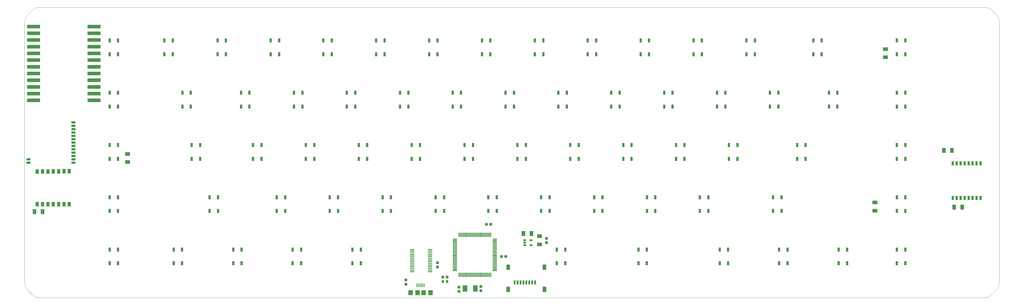
<source format=gtp>
G04 Layer_Color=8421504*
%FSLAX25Y25*%
%MOIN*%
G70*
G01*
G75*
G04:AMPARAMS|DCode=10|XSize=74.8mil|YSize=53.15mil|CornerRadius=1.33mil|HoleSize=0mil|Usage=FLASHONLY|Rotation=180.000|XOffset=0mil|YOffset=0mil|HoleType=Round|Shape=RoundedRectangle|*
%AMROUNDEDRECTD10*
21,1,0.07480,0.05049,0,0,180.0*
21,1,0.07215,0.05315,0,0,180.0*
1,1,0.00266,-0.03607,0.02525*
1,1,0.00266,0.03607,0.02525*
1,1,0.00266,0.03607,-0.02525*
1,1,0.00266,-0.03607,-0.02525*
%
%ADD10ROUNDEDRECTD10*%
%ADD11R,0.03543X0.05906*%
G04:AMPARAMS|DCode=12|XSize=59.06mil|YSize=35.43mil|CornerRadius=4.43mil|HoleSize=0mil|Usage=FLASHONLY|Rotation=0.000|XOffset=0mil|YOffset=0mil|HoleType=Round|Shape=RoundedRectangle|*
%AMROUNDEDRECTD12*
21,1,0.05906,0.02658,0,0,0.0*
21,1,0.05020,0.03543,0,0,0.0*
1,1,0.00886,0.02510,-0.01329*
1,1,0.00886,-0.02510,-0.01329*
1,1,0.00886,-0.02510,0.01329*
1,1,0.00886,0.02510,0.01329*
%
%ADD12ROUNDEDRECTD12*%
%ADD13O,0.07087X0.01378*%
G04:AMPARAMS|DCode=14|XSize=74.8mil|YSize=53.15mil|CornerRadius=1.33mil|HoleSize=0mil|Usage=FLASHONLY|Rotation=90.000|XOffset=0mil|YOffset=0mil|HoleType=Round|Shape=RoundedRectangle|*
%AMROUNDEDRECTD14*
21,1,0.07480,0.05049,0,0,90.0*
21,1,0.07215,0.05315,0,0,90.0*
1,1,0.00266,0.02525,0.03607*
1,1,0.00266,0.02525,-0.03607*
1,1,0.00266,-0.02525,-0.03607*
1,1,0.00266,-0.02525,0.03607*
%
%ADD14ROUNDEDRECTD14*%
G04:AMPARAMS|DCode=15|XSize=39.37mil|YSize=37.4mil|CornerRadius=0.94mil|HoleSize=0mil|Usage=FLASHONLY|Rotation=0.000|XOffset=0mil|YOffset=0mil|HoleType=Round|Shape=RoundedRectangle|*
%AMROUNDEDRECTD15*
21,1,0.03937,0.03553,0,0,0.0*
21,1,0.03750,0.03740,0,0,0.0*
1,1,0.00187,0.01875,-0.01777*
1,1,0.00187,-0.01875,-0.01777*
1,1,0.00187,-0.01875,0.01777*
1,1,0.00187,0.01875,0.01777*
%
%ADD15ROUNDEDRECTD15*%
%ADD16R,0.04331X0.02559*%
%ADD17R,0.03543X0.06299*%
%ADD19R,0.19685X0.05394*%
G04:AMPARAMS|DCode=20|XSize=39.37mil|YSize=37.4mil|CornerRadius=0.94mil|HoleSize=0mil|Usage=FLASHONLY|Rotation=270.000|XOffset=0mil|YOffset=0mil|HoleType=Round|Shape=RoundedRectangle|*
%AMROUNDEDRECTD20*
21,1,0.03937,0.03553,0,0,270.0*
21,1,0.03750,0.03740,0,0,270.0*
1,1,0.00187,-0.01777,-0.01875*
1,1,0.00187,-0.01777,0.01875*
1,1,0.00187,0.01777,0.01875*
1,1,0.00187,0.01777,-0.01875*
%
%ADD20ROUNDEDRECTD20*%
%ADD21R,0.05709X0.07874*%
%ADD22R,0.03150X0.05906*%
%ADD23R,0.06693X0.09449*%
%ADD24R,0.01575X0.05315*%
%ADD25R,0.07087X0.07480*%
G04:AMPARAMS|DCode=26|XSize=39.37mil|YSize=35.43mil|CornerRadius=0.89mil|HoleSize=0mil|Usage=FLASHONLY|Rotation=270.000|XOffset=0mil|YOffset=0mil|HoleType=Round|Shape=RoundedRectangle|*
%AMROUNDEDRECTD26*
21,1,0.03937,0.03366,0,0,270.0*
21,1,0.03760,0.03543,0,0,270.0*
1,1,0.00177,-0.01683,-0.01880*
1,1,0.00177,-0.01683,0.01880*
1,1,0.00177,0.01683,0.01880*
1,1,0.00177,0.01683,-0.01880*
%
%ADD26ROUNDEDRECTD26*%
%ADD27R,0.05000X0.06890*%
%ADD28O,0.07087X0.01181*%
%ADD29O,0.01181X0.07087*%
%ADD36C,0.00394*%
D10*
X299571Y705098D02*
D03*
X299571Y717303D02*
D03*
X912957Y582264D02*
D03*
X912957Y594468D02*
D03*
X1412169Y644862D02*
D03*
X1412169Y632657D02*
D03*
X1427917Y861398D02*
D03*
X1427917Y873602D02*
D03*
D11*
X272839Y710020D02*
D03*
X285358Y710020D02*
D03*
X272839Y730492D02*
D03*
X285358Y730492D02*
D03*
X456697Y554114D02*
D03*
X469216Y554114D02*
D03*
X456697Y574587D02*
D03*
X469216Y574587D02*
D03*
X1457405Y808445D02*
D03*
X1444886Y808445D02*
D03*
X1457405Y787972D02*
D03*
X1444886Y787972D02*
D03*
X1356224Y808445D02*
D03*
X1343705Y808445D02*
D03*
X1356224Y787972D02*
D03*
X1343705Y787972D02*
D03*
X393626Y808445D02*
D03*
X381106Y808445D02*
D03*
X393626Y787972D02*
D03*
X381106Y787972D02*
D03*
X1444886Y865925D02*
D03*
X1457405Y865925D02*
D03*
X1444886Y886398D02*
D03*
X1457405Y886398D02*
D03*
X272839Y865925D02*
D03*
X285358Y865925D02*
D03*
X272839Y886398D02*
D03*
X285358Y886398D02*
D03*
X354335Y865925D02*
D03*
X366854Y865925D02*
D03*
X354335Y886398D02*
D03*
X366854Y886398D02*
D03*
X433468Y865925D02*
D03*
X445988Y865925D02*
D03*
X433468Y886398D02*
D03*
X445988Y886398D02*
D03*
X512602Y865925D02*
D03*
X525122Y865925D02*
D03*
X512602Y886398D02*
D03*
X525122Y886398D02*
D03*
X590949Y865925D02*
D03*
X603469Y865925D02*
D03*
X590949Y886398D02*
D03*
X603469Y886398D02*
D03*
X669689Y865925D02*
D03*
X682209Y865925D02*
D03*
X669689Y886398D02*
D03*
X682209Y886398D02*
D03*
X748429Y865925D02*
D03*
X760949Y865925D02*
D03*
X748429Y886398D02*
D03*
X760949Y886398D02*
D03*
X827169Y865925D02*
D03*
X839689Y865925D02*
D03*
X827169Y886398D02*
D03*
X839689Y886398D02*
D03*
X905909Y865925D02*
D03*
X918429Y865925D02*
D03*
X905909Y886398D02*
D03*
X918429Y886398D02*
D03*
X984650Y865925D02*
D03*
X997169Y865925D02*
D03*
X984650Y886398D02*
D03*
X997169Y886398D02*
D03*
X1063390Y865925D02*
D03*
X1075909Y865925D02*
D03*
X1063390Y886398D02*
D03*
X1075909Y886398D02*
D03*
X1142130Y865925D02*
D03*
X1154650Y865925D02*
D03*
X1142130Y886398D02*
D03*
X1154650Y886398D02*
D03*
X1220870Y865925D02*
D03*
X1233390Y865925D02*
D03*
X1220870Y886398D02*
D03*
X1233390Y886398D02*
D03*
X1320476Y865925D02*
D03*
X1332996Y865925D02*
D03*
X1320476Y886398D02*
D03*
X1332996Y886398D02*
D03*
X368114Y554114D02*
D03*
X380634Y554114D02*
D03*
X368114Y574587D02*
D03*
X380634Y574587D02*
D03*
X545280Y554114D02*
D03*
X557799Y554114D02*
D03*
X545280Y574587D02*
D03*
X557799Y574587D02*
D03*
X634256Y554114D02*
D03*
X646776Y554114D02*
D03*
X634256Y574587D02*
D03*
X646776Y574587D02*
D03*
X938587Y554114D02*
D03*
X951106Y554114D02*
D03*
X938587Y574587D02*
D03*
X951106Y574587D02*
D03*
X1060043Y554114D02*
D03*
X1072563Y554114D02*
D03*
X1060043Y574587D02*
D03*
X1072563Y574587D02*
D03*
X1181106Y554114D02*
D03*
X1193626Y554114D02*
D03*
X1181106Y574587D02*
D03*
X1193626Y574587D02*
D03*
X1269689Y554114D02*
D03*
X1282209Y554114D02*
D03*
X1269689Y574587D02*
D03*
X1282209Y574587D02*
D03*
X1358272Y554114D02*
D03*
X1370791Y554114D02*
D03*
X1358272Y574587D02*
D03*
X1370791Y574587D02*
D03*
X1444886Y554114D02*
D03*
X1457405Y554114D02*
D03*
X1444886Y574587D02*
D03*
X1457405Y574587D02*
D03*
X1457405Y652539D02*
D03*
X1444886Y652539D02*
D03*
X1457405Y632067D02*
D03*
X1444886Y632067D02*
D03*
X1273153Y652539D02*
D03*
X1260634Y652539D02*
D03*
X1273153Y632067D02*
D03*
X1260634Y632067D02*
D03*
X1164098Y652539D02*
D03*
X1151579Y652539D02*
D03*
X1164098Y632067D02*
D03*
X1151579Y632067D02*
D03*
X1085358Y652539D02*
D03*
X1072839Y652539D02*
D03*
X1085358Y632067D02*
D03*
X1072839Y632067D02*
D03*
X1006618Y652539D02*
D03*
X994098Y652539D02*
D03*
X1006618Y632067D02*
D03*
X994098Y632067D02*
D03*
X927878Y652539D02*
D03*
X915358Y652539D02*
D03*
X927878Y632067D02*
D03*
X915358Y632067D02*
D03*
X849138Y652539D02*
D03*
X836618Y652539D02*
D03*
X849138Y632067D02*
D03*
X836618Y632067D02*
D03*
X770791Y652539D02*
D03*
X758272Y652539D02*
D03*
X770791Y632067D02*
D03*
X758272Y632067D02*
D03*
X691657Y652539D02*
D03*
X679138Y652539D02*
D03*
X691657Y632067D02*
D03*
X679138Y632067D02*
D03*
X612917Y652539D02*
D03*
X600398Y652539D02*
D03*
X612917Y632067D02*
D03*
X600398Y632067D02*
D03*
X534177Y652539D02*
D03*
X521658Y652539D02*
D03*
X534177Y632067D02*
D03*
X521658Y632067D02*
D03*
X434177Y652539D02*
D03*
X421658Y652539D02*
D03*
X434177Y632067D02*
D03*
X421658Y632067D02*
D03*
X285358Y652539D02*
D03*
X272839Y652539D02*
D03*
X285358Y632067D02*
D03*
X272839Y632067D02*
D03*
X272839Y554114D02*
D03*
X285358Y554114D02*
D03*
X272839Y574587D02*
D03*
X285358Y574587D02*
D03*
X394886Y710020D02*
D03*
X407406Y710020D02*
D03*
X394886Y730492D02*
D03*
X407406Y730492D02*
D03*
X486224Y710020D02*
D03*
X498744Y710020D02*
D03*
X486224Y730492D02*
D03*
X498744Y730492D02*
D03*
X564965Y710020D02*
D03*
X577484Y710020D02*
D03*
X564965Y730492D02*
D03*
X577484Y730492D02*
D03*
X643705Y710020D02*
D03*
X656224Y710020D02*
D03*
X643705Y730492D02*
D03*
X656224Y730492D02*
D03*
X722445Y710020D02*
D03*
X734965Y710020D02*
D03*
X722445Y730492D02*
D03*
X734965Y730492D02*
D03*
X801185Y710020D02*
D03*
X813705Y710020D02*
D03*
X801185Y730492D02*
D03*
X813705Y730492D02*
D03*
X879925Y710020D02*
D03*
X892445Y710020D02*
D03*
X879925Y730492D02*
D03*
X892445Y730492D02*
D03*
X958665Y710020D02*
D03*
X971185Y710020D02*
D03*
X958665Y730492D02*
D03*
X971185Y730492D02*
D03*
X1037405Y710020D02*
D03*
X1049925Y710020D02*
D03*
X1037405Y730492D02*
D03*
X1049925Y730492D02*
D03*
X1116146Y710020D02*
D03*
X1128665Y710020D02*
D03*
X1116146Y730492D02*
D03*
X1128665Y730492D02*
D03*
X1194886Y710020D02*
D03*
X1207405Y710020D02*
D03*
X1194886Y730492D02*
D03*
X1207405Y730492D02*
D03*
X1296461Y710020D02*
D03*
X1308980Y710020D02*
D03*
X1296461Y730492D02*
D03*
X1308980Y730492D02*
D03*
X1444886Y710020D02*
D03*
X1457405Y710020D02*
D03*
X1444886Y730492D02*
D03*
X1457405Y730492D02*
D03*
X1268429Y808445D02*
D03*
X1255909Y808445D02*
D03*
X1268429Y787972D02*
D03*
X1255909Y787972D02*
D03*
X1189689Y808445D02*
D03*
X1177169Y808445D02*
D03*
X1189689Y787972D02*
D03*
X1177169Y787972D02*
D03*
X1110949Y808445D02*
D03*
X1098429Y808445D02*
D03*
X1110949Y787972D02*
D03*
X1098429Y787972D02*
D03*
X1032209Y808445D02*
D03*
X1019689Y808445D02*
D03*
X1032209Y787972D02*
D03*
X1019689Y787972D02*
D03*
X953469Y808445D02*
D03*
X940949Y808445D02*
D03*
X953469Y787972D02*
D03*
X940949Y787972D02*
D03*
X874728Y808445D02*
D03*
X862209Y808445D02*
D03*
X874728Y787972D02*
D03*
X862209Y787972D02*
D03*
X795988Y808445D02*
D03*
X783468Y808445D02*
D03*
X795988Y787972D02*
D03*
X783468Y787972D02*
D03*
X717642Y808445D02*
D03*
X705122Y808445D02*
D03*
X717642Y787972D02*
D03*
X705122Y787972D02*
D03*
X638508Y808445D02*
D03*
X625988Y808445D02*
D03*
X638508Y787972D02*
D03*
X625988Y787972D02*
D03*
X559768Y808445D02*
D03*
X547248Y808445D02*
D03*
X559768Y787972D02*
D03*
X547248Y787972D02*
D03*
X481028Y808445D02*
D03*
X468508Y808445D02*
D03*
X481028Y787972D02*
D03*
X468508Y787972D02*
D03*
X285358Y808445D02*
D03*
X272839Y808445D02*
D03*
X285358Y787972D02*
D03*
X272839Y787972D02*
D03*
D12*
X151835Y704311D02*
D03*
X151835Y709311D02*
D03*
X218764Y714311D02*
D03*
X218764Y709311D02*
D03*
X218764Y704311D02*
D03*
X218764Y719272D02*
D03*
X218764Y724311D02*
D03*
X218764Y729311D02*
D03*
X218764Y734311D02*
D03*
X218764Y739311D02*
D03*
X218764Y744291D02*
D03*
X218764Y749291D02*
D03*
X218764Y754291D02*
D03*
X218764Y759291D02*
D03*
X218764Y764291D02*
D03*
D13*
X749965Y541417D02*
D03*
X749965Y543976D02*
D03*
X749965Y546535D02*
D03*
X749965Y549094D02*
D03*
X749965Y551653D02*
D03*
X749965Y554213D02*
D03*
X749965Y556772D02*
D03*
X749965Y559331D02*
D03*
X749965Y561890D02*
D03*
X749965Y564449D02*
D03*
X749965Y567008D02*
D03*
X749965Y569567D02*
D03*
X749965Y572126D02*
D03*
X749965Y574685D02*
D03*
X723193Y541417D02*
D03*
X723193Y543976D02*
D03*
X723193Y546535D02*
D03*
X723193Y549094D02*
D03*
X723193Y551653D02*
D03*
X723193Y554213D02*
D03*
X723193Y556772D02*
D03*
X723193Y559331D02*
D03*
X723193Y561890D02*
D03*
X723193Y564449D02*
D03*
X723193Y567008D02*
D03*
X723193Y569567D02*
D03*
X723193Y572126D02*
D03*
X723193Y574685D02*
D03*
D14*
X888744Y598602D02*
D03*
X900949Y598602D02*
D03*
X1530083Y637972D02*
D03*
X1542287Y637972D02*
D03*
X1514728Y722618D02*
D03*
X1526933Y722618D02*
D03*
X160791Y631280D02*
D03*
X172996Y631280D02*
D03*
D15*
X923193Y591122D02*
D03*
X923193Y584823D02*
D03*
X713744Y523012D02*
D03*
X713744Y529311D02*
D03*
X825555Y513169D02*
D03*
X825555Y519468D02*
D03*
X792878Y512382D02*
D03*
X792878Y518681D02*
D03*
X760988Y548602D02*
D03*
X760988Y554902D02*
D03*
D16*
X890909Y588563D02*
D03*
X890909Y584823D02*
D03*
X890909Y581083D02*
D03*
X900358Y581083D02*
D03*
X900358Y588563D02*
D03*
D17*
X1569453Y703090D02*
D03*
X1563547Y703090D02*
D03*
X1557642Y703090D02*
D03*
X1551736Y703090D02*
D03*
X1545831Y703090D02*
D03*
X1539925Y703090D02*
D03*
X1534020Y703090D02*
D03*
X1528114Y703090D02*
D03*
X1569453Y651594D02*
D03*
X1563547Y651594D02*
D03*
X1557642Y651594D02*
D03*
X1551736Y651594D02*
D03*
X1545831Y651594D02*
D03*
X1539925Y651594D02*
D03*
X1534020Y651594D02*
D03*
X1528114Y651594D02*
D03*
D19*
X159512Y907362D02*
D03*
X159512Y897362D02*
D03*
X159512Y887362D02*
D03*
X159512Y877362D02*
D03*
X159512Y857362D02*
D03*
X159512Y847362D02*
D03*
X159512Y837362D02*
D03*
X159512Y827362D02*
D03*
X159512Y817362D02*
D03*
X159512Y807362D02*
D03*
X159512Y797362D02*
D03*
X159512Y867362D02*
D03*
X249669Y867362D02*
D03*
X249669Y797362D02*
D03*
X249669Y807362D02*
D03*
X249669Y817362D02*
D03*
X249669Y827362D02*
D03*
X249669Y837362D02*
D03*
X249669Y847362D02*
D03*
X249669Y857362D02*
D03*
X249669Y877362D02*
D03*
X249669Y887362D02*
D03*
X249669Y897362D02*
D03*
X249669Y907362D02*
D03*
D20*
X856264Y564350D02*
D03*
X862563Y564350D02*
D03*
X768862Y533642D02*
D03*
X775161Y533642D02*
D03*
X833823Y612382D02*
D03*
X840122Y612382D02*
D03*
D21*
X920339Y515236D02*
D03*
X866205Y515236D02*
D03*
X920339Y548110D02*
D03*
X866205Y548110D02*
D03*
D22*
X875851Y525472D02*
D03*
X880181Y525472D02*
D03*
X884512Y525472D02*
D03*
X888843Y525472D02*
D03*
X893174Y525472D02*
D03*
X897504Y525472D02*
D03*
X901835Y525472D02*
D03*
X906166Y525472D02*
D03*
D23*
X817091Y516713D02*
D03*
X801736Y516713D02*
D03*
D24*
X740909Y521348D02*
D03*
X738350Y521348D02*
D03*
X735791Y521348D02*
D03*
X733232Y521348D02*
D03*
X730673Y521348D02*
D03*
D25*
X740319Y510307D02*
D03*
X731264Y510307D02*
D03*
X720988Y510307D02*
D03*
X750595Y510307D02*
D03*
D26*
X775161Y526949D02*
D03*
X768862Y526949D02*
D03*
D27*
X164989Y642300D02*
D03*
X172862Y642300D02*
D03*
X180789Y642300D02*
D03*
X188789Y642300D02*
D03*
X196989Y642300D02*
D03*
X204889Y642300D02*
D03*
X212632Y642300D02*
D03*
X212632Y691600D02*
D03*
X204889Y691500D02*
D03*
X196989Y691100D02*
D03*
X188789Y691100D02*
D03*
X180789Y690900D02*
D03*
X172862Y691100D02*
D03*
X164989Y690900D02*
D03*
D28*
X786776Y590335D02*
D03*
X786776Y588366D02*
D03*
X786776Y586398D02*
D03*
X786776Y584429D02*
D03*
X786776Y582461D02*
D03*
X786776Y580492D02*
D03*
X786776Y578524D02*
D03*
X786776Y576555D02*
D03*
X786776Y574587D02*
D03*
X786776Y572618D02*
D03*
X786776Y570650D02*
D03*
X786776Y568681D02*
D03*
X786776Y566713D02*
D03*
X786776Y564744D02*
D03*
X786776Y562776D02*
D03*
X786776Y560807D02*
D03*
X786776Y558839D02*
D03*
X786776Y556870D02*
D03*
X786776Y554902D02*
D03*
X786776Y552933D02*
D03*
X786776Y550965D02*
D03*
X786776Y548996D02*
D03*
X786776Y547028D02*
D03*
X786776Y545059D02*
D03*
X786776Y543090D02*
D03*
X846224Y543090D02*
D03*
X846224Y545059D02*
D03*
X846224Y547028D02*
D03*
X846224Y548996D02*
D03*
X846224Y550965D02*
D03*
X846224Y552933D02*
D03*
X846224Y554902D02*
D03*
X846224Y556870D02*
D03*
X846224Y558839D02*
D03*
X846224Y560807D02*
D03*
X846224Y562776D02*
D03*
X846224Y564744D02*
D03*
X846224Y566713D02*
D03*
X846224Y568681D02*
D03*
X846224Y570650D02*
D03*
X846224Y572618D02*
D03*
X846224Y574587D02*
D03*
X846224Y576555D02*
D03*
X846224Y578524D02*
D03*
X846224Y580492D02*
D03*
X846224Y582461D02*
D03*
X846224Y584429D02*
D03*
X846224Y586398D02*
D03*
X846224Y588366D02*
D03*
X846224Y590335D02*
D03*
D29*
X792878Y536988D02*
D03*
X794846Y536988D02*
D03*
X796815Y536988D02*
D03*
X798783Y536988D02*
D03*
X800752Y536988D02*
D03*
X802721Y536988D02*
D03*
X804689Y536988D02*
D03*
X806658Y536988D02*
D03*
X808626Y536988D02*
D03*
X810594Y536988D02*
D03*
X812563Y536988D02*
D03*
X814532Y536988D02*
D03*
X816500Y536988D02*
D03*
X818468Y536988D02*
D03*
X820437Y536988D02*
D03*
X822406Y536988D02*
D03*
X824374Y536988D02*
D03*
X826342Y536988D02*
D03*
X828311Y536988D02*
D03*
X830280Y536988D02*
D03*
X832248Y536988D02*
D03*
X834216Y536988D02*
D03*
X836185Y536988D02*
D03*
X838153Y536988D02*
D03*
X840122Y536988D02*
D03*
X840122Y596437D02*
D03*
X838153Y596437D02*
D03*
X836185Y596437D02*
D03*
X834216Y596437D02*
D03*
X832248Y596437D02*
D03*
X830280Y596437D02*
D03*
X828311Y596437D02*
D03*
X826342Y596437D02*
D03*
X824374Y596437D02*
D03*
X822406Y596437D02*
D03*
X820437Y596437D02*
D03*
X818468Y596437D02*
D03*
X816500Y596437D02*
D03*
X814532Y596437D02*
D03*
X812563Y596437D02*
D03*
X810594Y596437D02*
D03*
X808626Y596437D02*
D03*
X806658Y596437D02*
D03*
X804689Y596437D02*
D03*
X802721Y596437D02*
D03*
X800752Y596437D02*
D03*
X798783Y596437D02*
D03*
X796815Y596437D02*
D03*
X794846Y596437D02*
D03*
X792878Y596437D02*
D03*
D36*
X1597602Y912776D02*
X1597574Y913788D01*
X1597489Y914798D01*
X1597347Y915801D01*
X1597150Y916794D01*
X1596897Y917775D01*
X1596589Y918740D01*
X1596228Y919687D01*
X1595814Y920611D01*
X1595349Y921511D01*
X1594834Y922384D01*
X1594272Y923226D01*
X1593662Y924035D01*
X1593009Y924809D01*
X1592313Y925545D01*
X1586030Y931828D02*
X1585285Y932522D01*
X1584493Y933160D01*
X1583657Y933741D01*
X1582782Y934260D01*
X1581872Y934716D01*
X1580931Y935105D01*
X1579965Y935426D01*
X1578979Y935678D01*
X1577978Y935859D01*
X1576966Y935968D01*
X1575949Y936004D01*
X1592313Y513392D02*
X1593009Y514128D01*
X1593662Y514902D01*
X1594272Y515711D01*
X1594834Y516553D01*
X1595349Y517426D01*
X1595814Y518326D01*
X1596228Y519250D01*
X1596589Y520197D01*
X1596897Y521162D01*
X1597150Y522143D01*
X1597347Y523136D01*
X1597489Y524139D01*
X1597574Y525149D01*
X1597602Y526161D01*
X1575949Y502933D02*
X1576966Y502969D01*
X1577978Y503078D01*
X1578979Y503259D01*
X1579965Y503511D01*
X1580931Y503832D01*
X1581872Y504221D01*
X1582782Y504677D01*
X1583657Y505196D01*
X1584493Y505777D01*
X1585285Y506415D01*
X1586030Y507109D01*
X146028Y526161D02*
X146056Y525149D01*
X146141Y524139D01*
X146283Y523136D01*
X146480Y522143D01*
X146733Y521162D01*
X147041Y520197D01*
X147402Y519250D01*
X147816Y518326D01*
X148281Y517426D01*
X148796Y516553D01*
X149358Y515711D01*
X149968Y514902D01*
X150621Y514128D01*
X151317Y513392D01*
X157600Y507109D02*
X158345Y506415D01*
X159137Y505777D01*
X159973Y505196D01*
X160848Y504677D01*
X161758Y504221D01*
X162699Y503832D01*
X163664Y503511D01*
X164650Y503259D01*
X165652Y503078D01*
X166664Y502969D01*
X167681Y502933D01*
X167681Y936004D02*
X166664Y935968D01*
X165652Y935859D01*
X164650Y935678D01*
X163664Y935426D01*
X162699Y935105D01*
X161758Y934716D01*
X160848Y934260D01*
X159973Y933741D01*
X159137Y933160D01*
X158345Y932522D01*
X157600Y931828D01*
X151317Y925545D02*
X150621Y924809D01*
X149968Y924035D01*
X149358Y923226D01*
X148796Y922384D01*
X148281Y921511D01*
X147816Y920611D01*
X147402Y919687D01*
X147041Y918740D01*
X146733Y917775D01*
X146480Y916794D01*
X146283Y915801D01*
X146141Y914798D01*
X146056Y913788D01*
X146028Y912776D01*
X146028Y526161D02*
X146028Y912776D01*
X167681Y502933D02*
X1575949Y502933D01*
X1597602Y526161D02*
X1597602Y912776D01*
X167681Y936004D02*
X169256Y936004D01*
X1574374Y936004D01*
X1575949Y936004D01*
X1586030Y931828D02*
X1592313Y925545D01*
X1586030Y507109D02*
X1592313Y513392D01*
X151317Y513392D02*
X157600Y507109D01*
X151317Y925545D02*
X157600Y931828D01*
M02*

</source>
